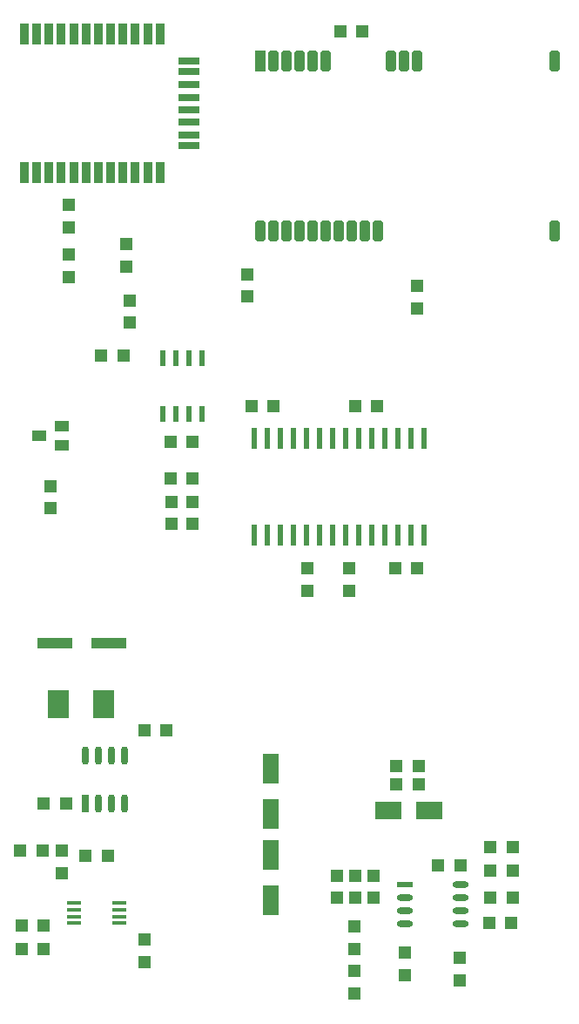
<source format=gtp>
%FSLAX44Y44*%
%MOMM*%
G71*
G01*
G75*
G04 Layer_Color=8421504*
%ADD10R,2.1590X2.7430*%
%ADD11R,3.5000X1.0000*%
%ADD12R,2.5000X1.7000*%
%ADD13R,1.6000X3.0000*%
%ADD14R,1.2500X1.2500*%
%ADD15O,0.7200X1.7800*%
%ADD16R,0.7200X1.7800*%
%ADD17R,1.2500X1.2500*%
%ADD18R,1.4500X0.4000*%
%ADD19O,1.4500X0.4000*%
%ADD20R,1.4000X1.0000*%
%ADD21R,0.6000X1.5000*%
%ADD22R,0.6000X2.0000*%
%ADD23R,0.9000X2.0000*%
%ADD24R,2.0000X0.7000*%
%ADD25R,2.0000X0.8000*%
%ADD26R,1.0000X2.0000*%
G04:AMPARAMS|DCode=27|XSize=2mm|YSize=1mm|CornerRadius=0.25mm|HoleSize=0mm|Usage=FLASHONLY|Rotation=90.000|XOffset=0mm|YOffset=0mm|HoleType=Round|Shape=RoundedRectangle|*
%AMROUNDEDRECTD27*
21,1,2.0000,0.5000,0,0,90.0*
21,1,1.5000,1.0000,0,0,90.0*
1,1,0.5000,0.2500,0.7500*
1,1,0.5000,0.2500,-0.7500*
1,1,0.5000,-0.2500,-0.7500*
1,1,0.5000,-0.2500,0.7500*
%
%ADD27ROUNDEDRECTD27*%
%ADD28R,1.5500X0.6000*%
%ADD29O,1.5500X0.6000*%
%ADD30C,0.7000*%
%ADD31C,1.0000*%
%ADD32C,1.5000*%
%ADD33C,0.3000*%
%ADD34C,0.5000*%
%ADD35C,0.4000*%
%ADD36R,1.5240X1.5240*%
%ADD37C,1.5240*%
%ADD38C,2.0000*%
%ADD39R,1.5000X1.5000*%
%ADD40C,1.5000*%
%ADD41C,1.8500*%
%ADD42R,1.8500X1.8500*%
%ADD43R,2.0000X2.0000*%
%ADD44R,2.0000X2.0000*%
%ADD45O,1.5000X0.9000*%
%ADD46R,1.5000X0.9000*%
%ADD47R,1.8500X1.8500*%
%ADD48C,0.7000*%
%ADD49C,1.0000*%
%ADD50C,1.2700*%
%ADD51C,0.2540*%
%ADD52C,0.2000*%
%ADD53C,0.2500*%
%ADD54C,0.2560*%
%ADD55C,0.1500*%
D10*
X326390Y586740D02*
D03*
X370590D02*
D03*
D11*
X322850Y646430D02*
D03*
X375850D02*
D03*
D12*
X687070Y483870D02*
D03*
X647070D02*
D03*
D13*
X533400Y396240D02*
D03*
Y440240D02*
D03*
Y524510D02*
D03*
Y480510D02*
D03*
D14*
X290920Y372110D02*
D03*
X312420D02*
D03*
X290920Y349250D02*
D03*
X312420D02*
D03*
X333920Y490220D02*
D03*
X312420D02*
D03*
X310970Y444500D02*
D03*
X289470D02*
D03*
X353060Y439420D02*
D03*
X374560D02*
D03*
X431710Y561340D02*
D03*
X410210D02*
D03*
X676820Y527050D02*
D03*
X655320D02*
D03*
X676820Y509270D02*
D03*
X655320D02*
D03*
X768260Y398780D02*
D03*
X746760D02*
D03*
X746850Y448310D02*
D03*
X768350D02*
D03*
X746850Y425450D02*
D03*
X768350D02*
D03*
X745490Y374650D02*
D03*
X766990D02*
D03*
X696050Y430530D02*
D03*
X717550D02*
D03*
X435700Y842010D02*
D03*
X457200D02*
D03*
X457110Y806450D02*
D03*
X435610D02*
D03*
X514530Y876300D02*
D03*
X536030D02*
D03*
X614860D02*
D03*
X636360D02*
D03*
X675550Y718820D02*
D03*
X654050D02*
D03*
X389800Y925830D02*
D03*
X368300D02*
D03*
X600800Y1240790D02*
D03*
X622300D02*
D03*
D15*
X391160Y537020D02*
D03*
X378460D02*
D03*
X365760D02*
D03*
X353060D02*
D03*
X391160Y490220D02*
D03*
X378460D02*
D03*
X365760D02*
D03*
D16*
X353060D02*
D03*
D17*
X410210Y336640D02*
D03*
Y358140D02*
D03*
X330200Y423000D02*
D03*
Y444500D02*
D03*
X632930Y420280D02*
D03*
Y398780D02*
D03*
X597370Y420280D02*
D03*
Y398780D02*
D03*
X615150Y420280D02*
D03*
Y398780D02*
D03*
X614680Y349340D02*
D03*
Y370840D02*
D03*
X663410Y345350D02*
D03*
Y323850D02*
D03*
X614680Y306160D02*
D03*
Y327660D02*
D03*
X716750Y318860D02*
D03*
Y340360D02*
D03*
X318770Y777330D02*
D03*
Y798830D02*
D03*
X568960Y718730D02*
D03*
Y697230D02*
D03*
X609600Y718730D02*
D03*
Y697230D02*
D03*
X457200Y783500D02*
D03*
Y762000D02*
D03*
X436880Y783500D02*
D03*
Y762000D02*
D03*
X336550Y1071790D02*
D03*
Y1050290D02*
D03*
Y1002120D02*
D03*
Y1023620D02*
D03*
X675640Y971640D02*
D03*
Y993140D02*
D03*
X392430Y1012280D02*
D03*
Y1033780D02*
D03*
X396240Y957670D02*
D03*
Y979170D02*
D03*
X510540Y1004480D02*
D03*
Y982980D02*
D03*
D18*
X341630Y393700D02*
D03*
D19*
Y387200D02*
D03*
Y380700D02*
D03*
Y374200D02*
D03*
X385630Y393700D02*
D03*
Y387200D02*
D03*
Y380700D02*
D03*
Y374200D02*
D03*
D20*
X330200Y838200D02*
D03*
Y857200D02*
D03*
X308200Y847700D02*
D03*
D21*
X427990Y868680D02*
D03*
X440690D02*
D03*
X453390D02*
D03*
X466090D02*
D03*
X427990Y923180D02*
D03*
X440690D02*
D03*
X453390D02*
D03*
X466090D02*
D03*
D22*
X517440Y751460D02*
D03*
X530140D02*
D03*
X542840D02*
D03*
X555540D02*
D03*
X568240D02*
D03*
X580940D02*
D03*
X593640D02*
D03*
X606340D02*
D03*
X619040D02*
D03*
X631740D02*
D03*
X644440D02*
D03*
X657140D02*
D03*
X669840D02*
D03*
X682540D02*
D03*
Y845460D02*
D03*
X669840D02*
D03*
X657140D02*
D03*
X644440D02*
D03*
X631740D02*
D03*
X619040D02*
D03*
X606340D02*
D03*
X593640D02*
D03*
X580940D02*
D03*
X568240D02*
D03*
X555540D02*
D03*
X542840D02*
D03*
X530140D02*
D03*
X517440D02*
D03*
D23*
X425370Y1237630D02*
D03*
X293370D02*
D03*
X305370D02*
D03*
X317370D02*
D03*
X329370D02*
D03*
X341370D02*
D03*
X353370D02*
D03*
X365370D02*
D03*
X377370D02*
D03*
X389370D02*
D03*
X401370D02*
D03*
X413370D02*
D03*
Y1103630D02*
D03*
X401370D02*
D03*
X389370D02*
D03*
X377370D02*
D03*
X365370D02*
D03*
X353370D02*
D03*
X341370D02*
D03*
X329370D02*
D03*
X317370D02*
D03*
X305370D02*
D03*
X293370D02*
D03*
X425370D02*
D03*
D24*
X453370Y1201630D02*
D03*
Y1139630D02*
D03*
Y1129630D02*
D03*
Y1211630D02*
D03*
D25*
Y1188630D02*
D03*
Y1176630D02*
D03*
Y1164630D02*
D03*
Y1152630D02*
D03*
D26*
X523240Y1211580D02*
D03*
D27*
X535940D02*
D03*
X548640D02*
D03*
X561340D02*
D03*
X574040D02*
D03*
X586740D02*
D03*
X650240D02*
D03*
X662940D02*
D03*
X675640D02*
D03*
X808990D02*
D03*
Y1046480D02*
D03*
X637540D02*
D03*
X624840D02*
D03*
X612140D02*
D03*
X599440D02*
D03*
X586740D02*
D03*
X574040D02*
D03*
X561340D02*
D03*
X548640D02*
D03*
X535940D02*
D03*
X523240D02*
D03*
D28*
X663410Y411480D02*
D03*
D29*
Y398780D02*
D03*
Y386080D02*
D03*
Y373380D02*
D03*
X717410Y411480D02*
D03*
Y398780D02*
D03*
Y386080D02*
D03*
Y373380D02*
D03*
M02*

</source>
